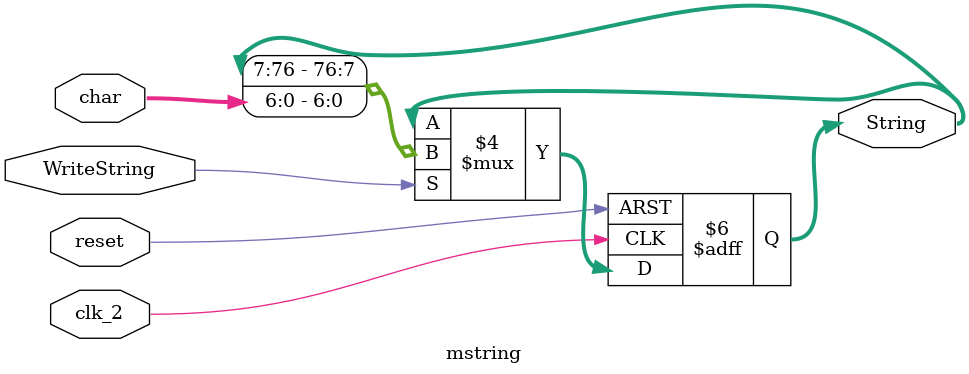
<source format=v>
module mstring (WriteString, char, String, reset, clk_2);
   input WriteString;
   input [6:0] char;
   input       reset;
   input       clk_2;
   
   output reg [0:76] String;

  always @ (posedge clk_2 or posedge reset) begin
     if(reset==1'b1) begin
	  String<=77'b0;
	end
     else begin
	if (WriteString == 1'b1) begin	
	   String <= {String[7:76], char};
	end
     end
  end
   
endmodule 

</source>
